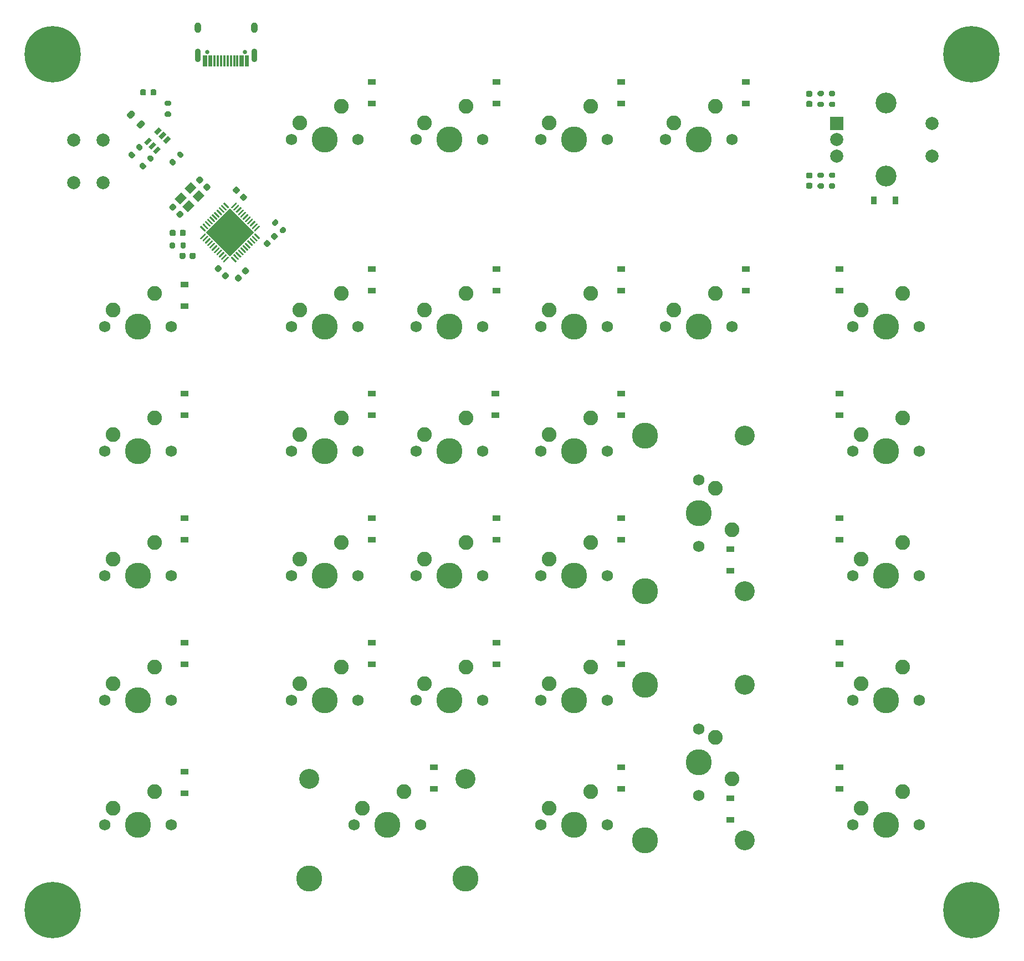
<source format=gbr>
G04 #@! TF.GenerationSoftware,KiCad,Pcbnew,(5.1.8)-1*
G04 #@! TF.CreationDate,2021-01-11T10:14:07+02:00*
G04 #@! TF.ProjectId,OsseyPad,4f737365-7950-4616-942e-6b696361645f,rev?*
G04 #@! TF.SameCoordinates,Original*
G04 #@! TF.FileFunction,Soldermask,Bot*
G04 #@! TF.FilePolarity,Negative*
%FSLAX46Y46*%
G04 Gerber Fmt 4.6, Leading zero omitted, Abs format (unit mm)*
G04 Created by KiCad (PCBNEW (5.1.8)-1) date 2021-01-11 10:14:07*
%MOMM*%
%LPD*%
G01*
G04 APERTURE LIST*
%ADD10R,0.300000X1.750000*%
%ADD11C,0.650000*%
%ADD12O,0.900000X2.100000*%
%ADD13O,1.000000X1.600000*%
%ADD14C,2.250000*%
%ADD15C,3.987800*%
%ADD16C,1.750000*%
%ADD17R,0.900000X1.200000*%
%ADD18R,2.000000X2.000000*%
%ADD19C,2.000000*%
%ADD20C,3.200000*%
%ADD21C,0.100000*%
%ADD22C,3.048000*%
%ADD23C,0.900000*%
%ADD24C,8.600000*%
%ADD25R,1.200000X0.900000*%
G04 APERTURE END LIST*
D10*
X54900000Y-28410000D03*
X54600000Y-28410000D03*
X53800000Y-28410000D03*
X54100000Y-28410000D03*
X49300000Y-28410000D03*
X49000000Y-28410000D03*
X48500000Y-28410000D03*
X48200000Y-28410000D03*
X51300000Y-28410000D03*
X50300000Y-28410000D03*
X49800000Y-28410000D03*
X50800000Y-28410000D03*
X53300000Y-28410000D03*
X52800000Y-28410000D03*
X52300000Y-28410000D03*
X51800000Y-28410000D03*
D11*
X54440000Y-27070000D03*
X48660000Y-27070000D03*
D12*
X55870000Y-27570000D03*
X47230000Y-27570000D03*
D13*
X55870000Y-23390000D03*
X47230000Y-23390000D03*
D14*
X69215000Y-35401250D03*
D15*
X66675000Y-40481250D03*
D14*
X62865000Y-37941250D03*
D16*
X61595000Y-40481250D03*
X71755000Y-40481250D03*
D14*
X40640000Y-83026250D03*
D15*
X38100000Y-88106250D03*
D14*
X34290000Y-85566250D03*
D16*
X33020000Y-88106250D03*
X43180000Y-88106250D03*
D17*
X153825000Y-49756250D03*
X150525000Y-49756250D03*
D18*
X144895000Y-37986250D03*
D19*
X144895000Y-40486250D03*
X144895000Y-42986250D03*
D20*
X152395000Y-34886250D03*
X152395000Y-46086250D03*
D19*
X159395000Y-37986250D03*
X159395000Y-42986250D03*
X28243750Y-47075000D03*
X32743750Y-47075000D03*
X28243750Y-40575000D03*
X32743750Y-40575000D03*
G36*
G01*
X44469975Y-43250184D02*
X44081066Y-42861275D01*
G75*
G02*
X44081066Y-42578433I141421J141421D01*
G01*
X44363909Y-42295590D01*
G75*
G02*
X44646751Y-42295590I141421J-141421D01*
G01*
X45035660Y-42684499D01*
G75*
G02*
X45035660Y-42967341I-141421J-141421D01*
G01*
X44752817Y-43250184D01*
G75*
G02*
X44469975Y-43250184I-141421J141421D01*
G01*
G37*
G36*
G01*
X43303249Y-44416910D02*
X42914340Y-44028001D01*
G75*
G02*
X42914340Y-43745159I141421J141421D01*
G01*
X43197183Y-43462316D01*
G75*
G02*
X43480025Y-43462316I141421J-141421D01*
G01*
X43868934Y-43851225D01*
G75*
G02*
X43868934Y-44134067I-141421J-141421D01*
G01*
X43586091Y-44416910D01*
G75*
G02*
X43303249Y-44416910I-141421J141421D01*
G01*
G37*
G36*
G01*
X42950000Y-35331250D02*
X42400000Y-35331250D01*
G75*
G02*
X42200000Y-35131250I0J200000D01*
G01*
X42200000Y-34731250D01*
G75*
G02*
X42400000Y-34531250I200000J0D01*
G01*
X42950000Y-34531250D01*
G75*
G02*
X43150000Y-34731250I0J-200000D01*
G01*
X43150000Y-35131250D01*
G75*
G02*
X42950000Y-35331250I-200000J0D01*
G01*
G37*
G36*
G01*
X42950000Y-36981250D02*
X42400000Y-36981250D01*
G75*
G02*
X42200000Y-36781250I0J200000D01*
G01*
X42200000Y-36381250D01*
G75*
G02*
X42400000Y-36181250I200000J0D01*
G01*
X42950000Y-36181250D01*
G75*
G02*
X43150000Y-36381250I0J-200000D01*
G01*
X43150000Y-36781250D01*
G75*
G02*
X42950000Y-36981250I-200000J0D01*
G01*
G37*
G36*
G01*
X37600561Y-36704165D02*
X37061392Y-37243334D01*
G75*
G02*
X36752032Y-37243334I-154680J154680D01*
G01*
X36442673Y-36933975D01*
G75*
G02*
X36442673Y-36624615I154680J154680D01*
G01*
X36981842Y-36085446D01*
G75*
G02*
X37291202Y-36085446I154680J-154680D01*
G01*
X37600561Y-36394805D01*
G75*
G02*
X37600561Y-36704165I-154680J-154680D01*
G01*
G37*
G36*
G01*
X39103163Y-38206767D02*
X38563994Y-38745936D01*
G75*
G02*
X38254634Y-38745936I-154680J154680D01*
G01*
X37945275Y-38436577D01*
G75*
G02*
X37945275Y-38127217I154680J154680D01*
G01*
X38484444Y-37588048D01*
G75*
G02*
X38793804Y-37588048I154680J-154680D01*
G01*
X39103163Y-37897407D01*
G75*
G02*
X39103163Y-38206767I-154680J-154680D01*
G01*
G37*
G36*
G01*
X39325000Y-33000000D02*
X39325000Y-33512500D01*
G75*
G02*
X39106250Y-33731250I-218750J0D01*
G01*
X38668750Y-33731250D01*
G75*
G02*
X38450000Y-33512500I0J218750D01*
G01*
X38450000Y-33000000D01*
G75*
G02*
X38668750Y-32781250I218750J0D01*
G01*
X39106250Y-32781250D01*
G75*
G02*
X39325000Y-33000000I0J-218750D01*
G01*
G37*
G36*
G01*
X40900000Y-33000000D02*
X40900000Y-33512500D01*
G75*
G02*
X40681250Y-33731250I-218750J0D01*
G01*
X40243750Y-33731250D01*
G75*
G02*
X40025000Y-33512500I0J218750D01*
G01*
X40025000Y-33000000D01*
G75*
G02*
X40243750Y-32781250I218750J0D01*
G01*
X40681250Y-32781250D01*
G75*
G02*
X40900000Y-33000000I0J-218750D01*
G01*
G37*
G36*
G01*
X142150000Y-47181250D02*
X142700000Y-47181250D01*
G75*
G02*
X142900000Y-47381250I0J-200000D01*
G01*
X142900000Y-47781250D01*
G75*
G02*
X142700000Y-47981250I-200000J0D01*
G01*
X142150000Y-47981250D01*
G75*
G02*
X141950000Y-47781250I0J200000D01*
G01*
X141950000Y-47381250D01*
G75*
G02*
X142150000Y-47181250I200000J0D01*
G01*
G37*
G36*
G01*
X142150000Y-45531250D02*
X142700000Y-45531250D01*
G75*
G02*
X142900000Y-45731250I0J-200000D01*
G01*
X142900000Y-46131250D01*
G75*
G02*
X142700000Y-46331250I-200000J0D01*
G01*
X142150000Y-46331250D01*
G75*
G02*
X141950000Y-46131250I0J200000D01*
G01*
X141950000Y-45731250D01*
G75*
G02*
X142150000Y-45531250I200000J0D01*
G01*
G37*
G36*
G01*
X142700000Y-33831250D02*
X142150000Y-33831250D01*
G75*
G02*
X141950000Y-33631250I0J200000D01*
G01*
X141950000Y-33231250D01*
G75*
G02*
X142150000Y-33031250I200000J0D01*
G01*
X142700000Y-33031250D01*
G75*
G02*
X142900000Y-33231250I0J-200000D01*
G01*
X142900000Y-33631250D01*
G75*
G02*
X142700000Y-33831250I-200000J0D01*
G01*
G37*
G36*
G01*
X142700000Y-35481250D02*
X142150000Y-35481250D01*
G75*
G02*
X141950000Y-35281250I0J200000D01*
G01*
X141950000Y-34881250D01*
G75*
G02*
X142150000Y-34681250I200000J0D01*
G01*
X142700000Y-34681250D01*
G75*
G02*
X142900000Y-34881250I0J-200000D01*
G01*
X142900000Y-35281250D01*
G75*
G02*
X142700000Y-35481250I-200000J0D01*
G01*
G37*
G36*
G01*
X144450000Y-46331250D02*
X143900000Y-46331250D01*
G75*
G02*
X143700000Y-46131250I0J200000D01*
G01*
X143700000Y-45731250D01*
G75*
G02*
X143900000Y-45531250I200000J0D01*
G01*
X144450000Y-45531250D01*
G75*
G02*
X144650000Y-45731250I0J-200000D01*
G01*
X144650000Y-46131250D01*
G75*
G02*
X144450000Y-46331250I-200000J0D01*
G01*
G37*
G36*
G01*
X144450000Y-47981250D02*
X143900000Y-47981250D01*
G75*
G02*
X143700000Y-47781250I0J200000D01*
G01*
X143700000Y-47381250D01*
G75*
G02*
X143900000Y-47181250I200000J0D01*
G01*
X144450000Y-47181250D01*
G75*
G02*
X144650000Y-47381250I0J-200000D01*
G01*
X144650000Y-47781250D01*
G75*
G02*
X144450000Y-47981250I-200000J0D01*
G01*
G37*
G36*
G01*
X143900000Y-34681250D02*
X144450000Y-34681250D01*
G75*
G02*
X144650000Y-34881250I0J-200000D01*
G01*
X144650000Y-35281250D01*
G75*
G02*
X144450000Y-35481250I-200000J0D01*
G01*
X143900000Y-35481250D01*
G75*
G02*
X143700000Y-35281250I0J200000D01*
G01*
X143700000Y-34881250D01*
G75*
G02*
X143900000Y-34681250I200000J0D01*
G01*
G37*
G36*
G01*
X143900000Y-33031250D02*
X144450000Y-33031250D01*
G75*
G02*
X144650000Y-33231250I0J-200000D01*
G01*
X144650000Y-33631250D01*
G75*
G02*
X144450000Y-33831250I-200000J0D01*
G01*
X143900000Y-33831250D01*
G75*
G02*
X143700000Y-33631250I0J200000D01*
G01*
X143700000Y-33231250D01*
G75*
G02*
X143900000Y-33031250I200000J0D01*
G01*
G37*
G36*
G01*
X140425000Y-34581250D02*
X140925000Y-34581250D01*
G75*
G02*
X141150000Y-34806250I0J-225000D01*
G01*
X141150000Y-35256250D01*
G75*
G02*
X140925000Y-35481250I-225000J0D01*
G01*
X140425000Y-35481250D01*
G75*
G02*
X140200000Y-35256250I0J225000D01*
G01*
X140200000Y-34806250D01*
G75*
G02*
X140425000Y-34581250I225000J0D01*
G01*
G37*
G36*
G01*
X140425000Y-33031250D02*
X140925000Y-33031250D01*
G75*
G02*
X141150000Y-33256250I0J-225000D01*
G01*
X141150000Y-33706250D01*
G75*
G02*
X140925000Y-33931250I-225000J0D01*
G01*
X140425000Y-33931250D01*
G75*
G02*
X140200000Y-33706250I0J225000D01*
G01*
X140200000Y-33256250D01*
G75*
G02*
X140425000Y-33031250I225000J0D01*
G01*
G37*
G36*
G01*
X140925000Y-46431250D02*
X140425000Y-46431250D01*
G75*
G02*
X140200000Y-46206250I0J225000D01*
G01*
X140200000Y-45756250D01*
G75*
G02*
X140425000Y-45531250I225000J0D01*
G01*
X140925000Y-45531250D01*
G75*
G02*
X141150000Y-45756250I0J-225000D01*
G01*
X141150000Y-46206250D01*
G75*
G02*
X140925000Y-46431250I-225000J0D01*
G01*
G37*
G36*
G01*
X140925000Y-47981250D02*
X140425000Y-47981250D01*
G75*
G02*
X140200000Y-47756250I0J225000D01*
G01*
X140200000Y-47306250D01*
G75*
G02*
X140425000Y-47081250I225000J0D01*
G01*
X140925000Y-47081250D01*
G75*
G02*
X141150000Y-47306250I0J-225000D01*
G01*
X141150000Y-47756250D01*
G75*
G02*
X140925000Y-47981250I-225000J0D01*
G01*
G37*
D14*
X40640000Y-63976250D03*
D15*
X38100000Y-69056250D03*
D14*
X34290000Y-66516250D03*
D16*
X33020000Y-69056250D03*
X43180000Y-69056250D03*
G36*
G01*
X50978033Y-61162837D02*
X51331587Y-60809283D01*
G75*
G02*
X51649785Y-60809283I159099J-159099D01*
G01*
X51967983Y-61127481D01*
G75*
G02*
X51967983Y-61445679I-159099J-159099D01*
G01*
X51614429Y-61799233D01*
G75*
G02*
X51296231Y-61799233I-159099J159099D01*
G01*
X50978033Y-61481035D01*
G75*
G02*
X50978033Y-61162837I159099J159099D01*
G01*
G37*
G36*
G01*
X49882017Y-60066821D02*
X50235571Y-59713267D01*
G75*
G02*
X50553769Y-59713267I159099J-159099D01*
G01*
X50871967Y-60031465D01*
G75*
G02*
X50871967Y-60349663I-159099J-159099D01*
G01*
X50518413Y-60703217D01*
G75*
G02*
X50200215Y-60703217I-159099J159099D01*
G01*
X49882017Y-60385019D01*
G75*
G02*
X49882017Y-60066821I159099J159099D01*
G01*
G37*
D21*
G36*
X46245711Y-46958332D02*
G01*
X47094239Y-47806860D01*
X46104289Y-48796810D01*
X45255761Y-47948282D01*
X46245711Y-46958332D01*
G37*
G36*
X44690076Y-48513967D02*
G01*
X45538604Y-49362495D01*
X44548654Y-50352445D01*
X43700126Y-49503917D01*
X44690076Y-48513967D01*
G37*
G36*
X45892157Y-49716048D02*
G01*
X46740685Y-50564576D01*
X45750735Y-51554526D01*
X44902207Y-50705998D01*
X45892157Y-49716048D01*
G37*
G36*
X47447792Y-48160413D02*
G01*
X48296320Y-49008941D01*
X47306370Y-49998891D01*
X46457842Y-49150363D01*
X47447792Y-48160413D01*
G37*
G36*
X41707967Y-40445644D02*
G01*
X41248348Y-39986025D01*
X41997881Y-39236492D01*
X42457500Y-39696111D01*
X41707967Y-40445644D01*
G37*
G36*
X42379719Y-41117395D02*
G01*
X41920100Y-40657776D01*
X42669633Y-39908243D01*
X43129252Y-40367862D01*
X42379719Y-41117395D01*
G37*
G36*
X41036216Y-39773892D02*
G01*
X40576597Y-39314273D01*
X41326130Y-38564740D01*
X41785749Y-39024359D01*
X41036216Y-39773892D01*
G37*
G36*
X39480581Y-41329527D02*
G01*
X39020962Y-40869908D01*
X39770495Y-40120375D01*
X40230114Y-40579994D01*
X39480581Y-41329527D01*
G37*
G36*
X40152333Y-42001278D02*
G01*
X39692714Y-41541659D01*
X40442247Y-40792126D01*
X40901866Y-41251745D01*
X40152333Y-42001278D01*
G37*
G36*
X40824084Y-42673030D02*
G01*
X40364465Y-42213411D01*
X41113998Y-41463878D01*
X41573617Y-41923497D01*
X40824084Y-42673030D01*
G37*
G36*
X52175000Y-58352444D02*
G01*
X48498045Y-54675489D01*
X52175000Y-50998534D01*
X55851955Y-54675489D01*
X52175000Y-58352444D01*
G37*
G36*
G01*
X53014690Y-59227489D02*
X52342938Y-58555737D01*
G75*
G02*
X52342938Y-58467349I44194J44194D01*
G01*
X52431326Y-58378961D01*
G75*
G02*
X52519714Y-58378961I44194J-44194D01*
G01*
X53191466Y-59050713D01*
G75*
G02*
X53191466Y-59139101I-44194J-44194D01*
G01*
X53103078Y-59227489D01*
G75*
G02*
X53014690Y-59227489I-44194J44194D01*
G01*
G37*
G36*
G01*
X53368243Y-58873935D02*
X52696491Y-58202183D01*
G75*
G02*
X52696491Y-58113795I44194J44194D01*
G01*
X52784879Y-58025407D01*
G75*
G02*
X52873267Y-58025407I44194J-44194D01*
G01*
X53545019Y-58697159D01*
G75*
G02*
X53545019Y-58785547I-44194J-44194D01*
G01*
X53456631Y-58873935D01*
G75*
G02*
X53368243Y-58873935I-44194J44194D01*
G01*
G37*
G36*
G01*
X53721797Y-58520382D02*
X53050045Y-57848630D01*
G75*
G02*
X53050045Y-57760242I44194J44194D01*
G01*
X53138433Y-57671854D01*
G75*
G02*
X53226821Y-57671854I44194J-44194D01*
G01*
X53898573Y-58343606D01*
G75*
G02*
X53898573Y-58431994I-44194J-44194D01*
G01*
X53810185Y-58520382D01*
G75*
G02*
X53721797Y-58520382I-44194J44194D01*
G01*
G37*
G36*
G01*
X54075350Y-58166829D02*
X53403598Y-57495077D01*
G75*
G02*
X53403598Y-57406689I44194J44194D01*
G01*
X53491986Y-57318301D01*
G75*
G02*
X53580374Y-57318301I44194J-44194D01*
G01*
X54252126Y-57990053D01*
G75*
G02*
X54252126Y-58078441I-44194J-44194D01*
G01*
X54163738Y-58166829D01*
G75*
G02*
X54075350Y-58166829I-44194J44194D01*
G01*
G37*
G36*
G01*
X54428903Y-57813275D02*
X53757151Y-57141523D01*
G75*
G02*
X53757151Y-57053135I44194J44194D01*
G01*
X53845539Y-56964747D01*
G75*
G02*
X53933927Y-56964747I44194J-44194D01*
G01*
X54605679Y-57636499D01*
G75*
G02*
X54605679Y-57724887I-44194J-44194D01*
G01*
X54517291Y-57813275D01*
G75*
G02*
X54428903Y-57813275I-44194J44194D01*
G01*
G37*
G36*
G01*
X54782457Y-57459722D02*
X54110705Y-56787970D01*
G75*
G02*
X54110705Y-56699582I44194J44194D01*
G01*
X54199093Y-56611194D01*
G75*
G02*
X54287481Y-56611194I44194J-44194D01*
G01*
X54959233Y-57282946D01*
G75*
G02*
X54959233Y-57371334I-44194J-44194D01*
G01*
X54870845Y-57459722D01*
G75*
G02*
X54782457Y-57459722I-44194J44194D01*
G01*
G37*
G36*
G01*
X55136010Y-57106168D02*
X54464258Y-56434416D01*
G75*
G02*
X54464258Y-56346028I44194J44194D01*
G01*
X54552646Y-56257640D01*
G75*
G02*
X54641034Y-56257640I44194J-44194D01*
G01*
X55312786Y-56929392D01*
G75*
G02*
X55312786Y-57017780I-44194J-44194D01*
G01*
X55224398Y-57106168D01*
G75*
G02*
X55136010Y-57106168I-44194J44194D01*
G01*
G37*
G36*
G01*
X55489564Y-56752615D02*
X54817812Y-56080863D01*
G75*
G02*
X54817812Y-55992475I44194J44194D01*
G01*
X54906200Y-55904087D01*
G75*
G02*
X54994588Y-55904087I44194J-44194D01*
G01*
X55666340Y-56575839D01*
G75*
G02*
X55666340Y-56664227I-44194J-44194D01*
G01*
X55577952Y-56752615D01*
G75*
G02*
X55489564Y-56752615I-44194J44194D01*
G01*
G37*
G36*
G01*
X55843117Y-56399062D02*
X55171365Y-55727310D01*
G75*
G02*
X55171365Y-55638922I44194J44194D01*
G01*
X55259753Y-55550534D01*
G75*
G02*
X55348141Y-55550534I44194J-44194D01*
G01*
X56019893Y-56222286D01*
G75*
G02*
X56019893Y-56310674I-44194J-44194D01*
G01*
X55931505Y-56399062D01*
G75*
G02*
X55843117Y-56399062I-44194J44194D01*
G01*
G37*
G36*
G01*
X56196670Y-56045508D02*
X55524918Y-55373756D01*
G75*
G02*
X55524918Y-55285368I44194J44194D01*
G01*
X55613306Y-55196980D01*
G75*
G02*
X55701694Y-55196980I44194J-44194D01*
G01*
X56373446Y-55868732D01*
G75*
G02*
X56373446Y-55957120I-44194J-44194D01*
G01*
X56285058Y-56045508D01*
G75*
G02*
X56196670Y-56045508I-44194J44194D01*
G01*
G37*
G36*
G01*
X56550224Y-55691955D02*
X55878472Y-55020203D01*
G75*
G02*
X55878472Y-54931815I44194J44194D01*
G01*
X55966860Y-54843427D01*
G75*
G02*
X56055248Y-54843427I44194J-44194D01*
G01*
X56727000Y-55515179D01*
G75*
G02*
X56727000Y-55603567I-44194J-44194D01*
G01*
X56638612Y-55691955D01*
G75*
G02*
X56550224Y-55691955I-44194J44194D01*
G01*
G37*
G36*
G01*
X55966860Y-54507551D02*
X55878472Y-54419163D01*
G75*
G02*
X55878472Y-54330775I44194J44194D01*
G01*
X56550224Y-53659023D01*
G75*
G02*
X56638612Y-53659023I44194J-44194D01*
G01*
X56727000Y-53747411D01*
G75*
G02*
X56727000Y-53835799I-44194J-44194D01*
G01*
X56055248Y-54507551D01*
G75*
G02*
X55966860Y-54507551I-44194J44194D01*
G01*
G37*
G36*
G01*
X55613306Y-54153998D02*
X55524918Y-54065610D01*
G75*
G02*
X55524918Y-53977222I44194J44194D01*
G01*
X56196670Y-53305470D01*
G75*
G02*
X56285058Y-53305470I44194J-44194D01*
G01*
X56373446Y-53393858D01*
G75*
G02*
X56373446Y-53482246I-44194J-44194D01*
G01*
X55701694Y-54153998D01*
G75*
G02*
X55613306Y-54153998I-44194J44194D01*
G01*
G37*
G36*
G01*
X55259753Y-53800444D02*
X55171365Y-53712056D01*
G75*
G02*
X55171365Y-53623668I44194J44194D01*
G01*
X55843117Y-52951916D01*
G75*
G02*
X55931505Y-52951916I44194J-44194D01*
G01*
X56019893Y-53040304D01*
G75*
G02*
X56019893Y-53128692I-44194J-44194D01*
G01*
X55348141Y-53800444D01*
G75*
G02*
X55259753Y-53800444I-44194J44194D01*
G01*
G37*
G36*
G01*
X54906200Y-53446891D02*
X54817812Y-53358503D01*
G75*
G02*
X54817812Y-53270115I44194J44194D01*
G01*
X55489564Y-52598363D01*
G75*
G02*
X55577952Y-52598363I44194J-44194D01*
G01*
X55666340Y-52686751D01*
G75*
G02*
X55666340Y-52775139I-44194J-44194D01*
G01*
X54994588Y-53446891D01*
G75*
G02*
X54906200Y-53446891I-44194J44194D01*
G01*
G37*
G36*
G01*
X54552646Y-53093338D02*
X54464258Y-53004950D01*
G75*
G02*
X54464258Y-52916562I44194J44194D01*
G01*
X55136010Y-52244810D01*
G75*
G02*
X55224398Y-52244810I44194J-44194D01*
G01*
X55312786Y-52333198D01*
G75*
G02*
X55312786Y-52421586I-44194J-44194D01*
G01*
X54641034Y-53093338D01*
G75*
G02*
X54552646Y-53093338I-44194J44194D01*
G01*
G37*
G36*
G01*
X54199093Y-52739784D02*
X54110705Y-52651396D01*
G75*
G02*
X54110705Y-52563008I44194J44194D01*
G01*
X54782457Y-51891256D01*
G75*
G02*
X54870845Y-51891256I44194J-44194D01*
G01*
X54959233Y-51979644D01*
G75*
G02*
X54959233Y-52068032I-44194J-44194D01*
G01*
X54287481Y-52739784D01*
G75*
G02*
X54199093Y-52739784I-44194J44194D01*
G01*
G37*
G36*
G01*
X53845539Y-52386231D02*
X53757151Y-52297843D01*
G75*
G02*
X53757151Y-52209455I44194J44194D01*
G01*
X54428903Y-51537703D01*
G75*
G02*
X54517291Y-51537703I44194J-44194D01*
G01*
X54605679Y-51626091D01*
G75*
G02*
X54605679Y-51714479I-44194J-44194D01*
G01*
X53933927Y-52386231D01*
G75*
G02*
X53845539Y-52386231I-44194J44194D01*
G01*
G37*
G36*
G01*
X53491986Y-52032677D02*
X53403598Y-51944289D01*
G75*
G02*
X53403598Y-51855901I44194J44194D01*
G01*
X54075350Y-51184149D01*
G75*
G02*
X54163738Y-51184149I44194J-44194D01*
G01*
X54252126Y-51272537D01*
G75*
G02*
X54252126Y-51360925I-44194J-44194D01*
G01*
X53580374Y-52032677D01*
G75*
G02*
X53491986Y-52032677I-44194J44194D01*
G01*
G37*
G36*
G01*
X53138433Y-51679124D02*
X53050045Y-51590736D01*
G75*
G02*
X53050045Y-51502348I44194J44194D01*
G01*
X53721797Y-50830596D01*
G75*
G02*
X53810185Y-50830596I44194J-44194D01*
G01*
X53898573Y-50918984D01*
G75*
G02*
X53898573Y-51007372I-44194J-44194D01*
G01*
X53226821Y-51679124D01*
G75*
G02*
X53138433Y-51679124I-44194J44194D01*
G01*
G37*
G36*
G01*
X52784879Y-51325571D02*
X52696491Y-51237183D01*
G75*
G02*
X52696491Y-51148795I44194J44194D01*
G01*
X53368243Y-50477043D01*
G75*
G02*
X53456631Y-50477043I44194J-44194D01*
G01*
X53545019Y-50565431D01*
G75*
G02*
X53545019Y-50653819I-44194J-44194D01*
G01*
X52873267Y-51325571D01*
G75*
G02*
X52784879Y-51325571I-44194J44194D01*
G01*
G37*
G36*
G01*
X52431326Y-50972017D02*
X52342938Y-50883629D01*
G75*
G02*
X52342938Y-50795241I44194J44194D01*
G01*
X53014690Y-50123489D01*
G75*
G02*
X53103078Y-50123489I44194J-44194D01*
G01*
X53191466Y-50211877D01*
G75*
G02*
X53191466Y-50300265I-44194J-44194D01*
G01*
X52519714Y-50972017D01*
G75*
G02*
X52431326Y-50972017I-44194J44194D01*
G01*
G37*
G36*
G01*
X51830286Y-50972017D02*
X51158534Y-50300265D01*
G75*
G02*
X51158534Y-50211877I44194J44194D01*
G01*
X51246922Y-50123489D01*
G75*
G02*
X51335310Y-50123489I44194J-44194D01*
G01*
X52007062Y-50795241D01*
G75*
G02*
X52007062Y-50883629I-44194J-44194D01*
G01*
X51918674Y-50972017D01*
G75*
G02*
X51830286Y-50972017I-44194J44194D01*
G01*
G37*
G36*
G01*
X51476733Y-51325571D02*
X50804981Y-50653819D01*
G75*
G02*
X50804981Y-50565431I44194J44194D01*
G01*
X50893369Y-50477043D01*
G75*
G02*
X50981757Y-50477043I44194J-44194D01*
G01*
X51653509Y-51148795D01*
G75*
G02*
X51653509Y-51237183I-44194J-44194D01*
G01*
X51565121Y-51325571D01*
G75*
G02*
X51476733Y-51325571I-44194J44194D01*
G01*
G37*
G36*
G01*
X51123179Y-51679124D02*
X50451427Y-51007372D01*
G75*
G02*
X50451427Y-50918984I44194J44194D01*
G01*
X50539815Y-50830596D01*
G75*
G02*
X50628203Y-50830596I44194J-44194D01*
G01*
X51299955Y-51502348D01*
G75*
G02*
X51299955Y-51590736I-44194J-44194D01*
G01*
X51211567Y-51679124D01*
G75*
G02*
X51123179Y-51679124I-44194J44194D01*
G01*
G37*
G36*
G01*
X50769626Y-52032677D02*
X50097874Y-51360925D01*
G75*
G02*
X50097874Y-51272537I44194J44194D01*
G01*
X50186262Y-51184149D01*
G75*
G02*
X50274650Y-51184149I44194J-44194D01*
G01*
X50946402Y-51855901D01*
G75*
G02*
X50946402Y-51944289I-44194J-44194D01*
G01*
X50858014Y-52032677D01*
G75*
G02*
X50769626Y-52032677I-44194J44194D01*
G01*
G37*
G36*
G01*
X50416073Y-52386231D02*
X49744321Y-51714479D01*
G75*
G02*
X49744321Y-51626091I44194J44194D01*
G01*
X49832709Y-51537703D01*
G75*
G02*
X49921097Y-51537703I44194J-44194D01*
G01*
X50592849Y-52209455D01*
G75*
G02*
X50592849Y-52297843I-44194J-44194D01*
G01*
X50504461Y-52386231D01*
G75*
G02*
X50416073Y-52386231I-44194J44194D01*
G01*
G37*
G36*
G01*
X50062519Y-52739784D02*
X49390767Y-52068032D01*
G75*
G02*
X49390767Y-51979644I44194J44194D01*
G01*
X49479155Y-51891256D01*
G75*
G02*
X49567543Y-51891256I44194J-44194D01*
G01*
X50239295Y-52563008D01*
G75*
G02*
X50239295Y-52651396I-44194J-44194D01*
G01*
X50150907Y-52739784D01*
G75*
G02*
X50062519Y-52739784I-44194J44194D01*
G01*
G37*
G36*
G01*
X49708966Y-53093338D02*
X49037214Y-52421586D01*
G75*
G02*
X49037214Y-52333198I44194J44194D01*
G01*
X49125602Y-52244810D01*
G75*
G02*
X49213990Y-52244810I44194J-44194D01*
G01*
X49885742Y-52916562D01*
G75*
G02*
X49885742Y-53004950I-44194J-44194D01*
G01*
X49797354Y-53093338D01*
G75*
G02*
X49708966Y-53093338I-44194J44194D01*
G01*
G37*
G36*
G01*
X49355412Y-53446891D02*
X48683660Y-52775139D01*
G75*
G02*
X48683660Y-52686751I44194J44194D01*
G01*
X48772048Y-52598363D01*
G75*
G02*
X48860436Y-52598363I44194J-44194D01*
G01*
X49532188Y-53270115D01*
G75*
G02*
X49532188Y-53358503I-44194J-44194D01*
G01*
X49443800Y-53446891D01*
G75*
G02*
X49355412Y-53446891I-44194J44194D01*
G01*
G37*
G36*
G01*
X49001859Y-53800444D02*
X48330107Y-53128692D01*
G75*
G02*
X48330107Y-53040304I44194J44194D01*
G01*
X48418495Y-52951916D01*
G75*
G02*
X48506883Y-52951916I44194J-44194D01*
G01*
X49178635Y-53623668D01*
G75*
G02*
X49178635Y-53712056I-44194J-44194D01*
G01*
X49090247Y-53800444D01*
G75*
G02*
X49001859Y-53800444I-44194J44194D01*
G01*
G37*
G36*
G01*
X48648306Y-54153998D02*
X47976554Y-53482246D01*
G75*
G02*
X47976554Y-53393858I44194J44194D01*
G01*
X48064942Y-53305470D01*
G75*
G02*
X48153330Y-53305470I44194J-44194D01*
G01*
X48825082Y-53977222D01*
G75*
G02*
X48825082Y-54065610I-44194J-44194D01*
G01*
X48736694Y-54153998D01*
G75*
G02*
X48648306Y-54153998I-44194J44194D01*
G01*
G37*
G36*
G01*
X48294752Y-54507551D02*
X47623000Y-53835799D01*
G75*
G02*
X47623000Y-53747411I44194J44194D01*
G01*
X47711388Y-53659023D01*
G75*
G02*
X47799776Y-53659023I44194J-44194D01*
G01*
X48471528Y-54330775D01*
G75*
G02*
X48471528Y-54419163I-44194J-44194D01*
G01*
X48383140Y-54507551D01*
G75*
G02*
X48294752Y-54507551I-44194J44194D01*
G01*
G37*
G36*
G01*
X47711388Y-55691955D02*
X47623000Y-55603567D01*
G75*
G02*
X47623000Y-55515179I44194J44194D01*
G01*
X48294752Y-54843427D01*
G75*
G02*
X48383140Y-54843427I44194J-44194D01*
G01*
X48471528Y-54931815D01*
G75*
G02*
X48471528Y-55020203I-44194J-44194D01*
G01*
X47799776Y-55691955D01*
G75*
G02*
X47711388Y-55691955I-44194J44194D01*
G01*
G37*
G36*
G01*
X48064942Y-56045508D02*
X47976554Y-55957120D01*
G75*
G02*
X47976554Y-55868732I44194J44194D01*
G01*
X48648306Y-55196980D01*
G75*
G02*
X48736694Y-55196980I44194J-44194D01*
G01*
X48825082Y-55285368D01*
G75*
G02*
X48825082Y-55373756I-44194J-44194D01*
G01*
X48153330Y-56045508D01*
G75*
G02*
X48064942Y-56045508I-44194J44194D01*
G01*
G37*
G36*
G01*
X48418495Y-56399062D02*
X48330107Y-56310674D01*
G75*
G02*
X48330107Y-56222286I44194J44194D01*
G01*
X49001859Y-55550534D01*
G75*
G02*
X49090247Y-55550534I44194J-44194D01*
G01*
X49178635Y-55638922D01*
G75*
G02*
X49178635Y-55727310I-44194J-44194D01*
G01*
X48506883Y-56399062D01*
G75*
G02*
X48418495Y-56399062I-44194J44194D01*
G01*
G37*
G36*
G01*
X48772048Y-56752615D02*
X48683660Y-56664227D01*
G75*
G02*
X48683660Y-56575839I44194J44194D01*
G01*
X49355412Y-55904087D01*
G75*
G02*
X49443800Y-55904087I44194J-44194D01*
G01*
X49532188Y-55992475D01*
G75*
G02*
X49532188Y-56080863I-44194J-44194D01*
G01*
X48860436Y-56752615D01*
G75*
G02*
X48772048Y-56752615I-44194J44194D01*
G01*
G37*
G36*
G01*
X49125602Y-57106168D02*
X49037214Y-57017780D01*
G75*
G02*
X49037214Y-56929392I44194J44194D01*
G01*
X49708966Y-56257640D01*
G75*
G02*
X49797354Y-56257640I44194J-44194D01*
G01*
X49885742Y-56346028D01*
G75*
G02*
X49885742Y-56434416I-44194J-44194D01*
G01*
X49213990Y-57106168D01*
G75*
G02*
X49125602Y-57106168I-44194J44194D01*
G01*
G37*
G36*
G01*
X49479155Y-57459722D02*
X49390767Y-57371334D01*
G75*
G02*
X49390767Y-57282946I44194J44194D01*
G01*
X50062519Y-56611194D01*
G75*
G02*
X50150907Y-56611194I44194J-44194D01*
G01*
X50239295Y-56699582D01*
G75*
G02*
X50239295Y-56787970I-44194J-44194D01*
G01*
X49567543Y-57459722D01*
G75*
G02*
X49479155Y-57459722I-44194J44194D01*
G01*
G37*
G36*
G01*
X49832709Y-57813275D02*
X49744321Y-57724887D01*
G75*
G02*
X49744321Y-57636499I44194J44194D01*
G01*
X50416073Y-56964747D01*
G75*
G02*
X50504461Y-56964747I44194J-44194D01*
G01*
X50592849Y-57053135D01*
G75*
G02*
X50592849Y-57141523I-44194J-44194D01*
G01*
X49921097Y-57813275D01*
G75*
G02*
X49832709Y-57813275I-44194J44194D01*
G01*
G37*
G36*
G01*
X50186262Y-58166829D02*
X50097874Y-58078441D01*
G75*
G02*
X50097874Y-57990053I44194J44194D01*
G01*
X50769626Y-57318301D01*
G75*
G02*
X50858014Y-57318301I44194J-44194D01*
G01*
X50946402Y-57406689D01*
G75*
G02*
X50946402Y-57495077I-44194J-44194D01*
G01*
X50274650Y-58166829D01*
G75*
G02*
X50186262Y-58166829I-44194J44194D01*
G01*
G37*
G36*
G01*
X50539815Y-58520382D02*
X50451427Y-58431994D01*
G75*
G02*
X50451427Y-58343606I44194J44194D01*
G01*
X51123179Y-57671854D01*
G75*
G02*
X51211567Y-57671854I44194J-44194D01*
G01*
X51299955Y-57760242D01*
G75*
G02*
X51299955Y-57848630I-44194J-44194D01*
G01*
X50628203Y-58520382D01*
G75*
G02*
X50539815Y-58520382I-44194J44194D01*
G01*
G37*
G36*
G01*
X50893369Y-58873935D02*
X50804981Y-58785547D01*
G75*
G02*
X50804981Y-58697159I44194J44194D01*
G01*
X51476733Y-58025407D01*
G75*
G02*
X51565121Y-58025407I44194J-44194D01*
G01*
X51653509Y-58113795D01*
G75*
G02*
X51653509Y-58202183I-44194J-44194D01*
G01*
X50981757Y-58873935D01*
G75*
G02*
X50893369Y-58873935I-44194J44194D01*
G01*
G37*
G36*
G01*
X51246922Y-59227489D02*
X51158534Y-59139101D01*
G75*
G02*
X51158534Y-59050713I44194J44194D01*
G01*
X51830286Y-58378961D01*
G75*
G02*
X51918674Y-58378961I44194J-44194D01*
G01*
X52007062Y-58467349D01*
G75*
G02*
X52007062Y-58555737I-44194J-44194D01*
G01*
X51335310Y-59227489D01*
G75*
G02*
X51246922Y-59227489I-44194J44194D01*
G01*
G37*
G36*
G01*
X59568934Y-53261275D02*
X59180025Y-53650184D01*
G75*
G02*
X58897183Y-53650184I-141421J141421D01*
G01*
X58614340Y-53367341D01*
G75*
G02*
X58614340Y-53084499I141421J141421D01*
G01*
X59003249Y-52695590D01*
G75*
G02*
X59286091Y-52695590I141421J-141421D01*
G01*
X59568934Y-52978433D01*
G75*
G02*
X59568934Y-53261275I-141421J-141421D01*
G01*
G37*
G36*
G01*
X60735660Y-54428001D02*
X60346751Y-54816910D01*
G75*
G02*
X60063909Y-54816910I-141421J141421D01*
G01*
X59781066Y-54534067D01*
G75*
G02*
X59781066Y-54251225I141421J141421D01*
G01*
X60169975Y-53862316D01*
G75*
G02*
X60452817Y-53862316I141421J-141421D01*
G01*
X60735660Y-54145159D01*
G75*
G02*
X60735660Y-54428001I-141421J-141421D01*
G01*
G37*
G36*
G01*
X43750000Y-56381250D02*
X43750000Y-56931250D01*
G75*
G02*
X43550000Y-57131250I-200000J0D01*
G01*
X43150000Y-57131250D01*
G75*
G02*
X42950000Y-56931250I0J200000D01*
G01*
X42950000Y-56381250D01*
G75*
G02*
X43150000Y-56181250I200000J0D01*
G01*
X43550000Y-56181250D01*
G75*
G02*
X43750000Y-56381250I0J-200000D01*
G01*
G37*
G36*
G01*
X45400000Y-56381250D02*
X45400000Y-56931250D01*
G75*
G02*
X45200000Y-57131250I-200000J0D01*
G01*
X44800000Y-57131250D01*
G75*
G02*
X44600000Y-56931250I0J200000D01*
G01*
X44600000Y-56381250D01*
G75*
G02*
X44800000Y-56181250I200000J0D01*
G01*
X45200000Y-56181250D01*
G75*
G02*
X45400000Y-56381250I0J-200000D01*
G01*
G37*
G36*
G01*
X38246680Y-42139164D02*
X37857771Y-41750255D01*
G75*
G02*
X37857771Y-41467413I141421J141421D01*
G01*
X38140614Y-41184570D01*
G75*
G02*
X38423456Y-41184570I141421J-141421D01*
G01*
X38812365Y-41573479D01*
G75*
G02*
X38812365Y-41856321I-141421J-141421D01*
G01*
X38529522Y-42139164D01*
G75*
G02*
X38246680Y-42139164I-141421J141421D01*
G01*
G37*
G36*
G01*
X37079954Y-43305890D02*
X36691045Y-42916981D01*
G75*
G02*
X36691045Y-42634139I141421J141421D01*
G01*
X36973888Y-42351296D01*
G75*
G02*
X37256730Y-42351296I141421J-141421D01*
G01*
X37645639Y-42740205D01*
G75*
G02*
X37645639Y-43023047I-141421J-141421D01*
G01*
X37362796Y-43305890D01*
G75*
G02*
X37079954Y-43305890I-141421J141421D01*
G01*
G37*
G36*
G01*
X39943737Y-43836220D02*
X39554828Y-43447311D01*
G75*
G02*
X39554828Y-43164469I141421J141421D01*
G01*
X39837671Y-42881626D01*
G75*
G02*
X40120513Y-42881626I141421J-141421D01*
G01*
X40509422Y-43270535D01*
G75*
G02*
X40509422Y-43553377I-141421J-141421D01*
G01*
X40226579Y-43836220D01*
G75*
G02*
X39943737Y-43836220I-141421J141421D01*
G01*
G37*
G36*
G01*
X38777011Y-45002946D02*
X38388102Y-44614037D01*
G75*
G02*
X38388102Y-44331195I141421J141421D01*
G01*
X38670945Y-44048352D01*
G75*
G02*
X38953787Y-44048352I141421J-141421D01*
G01*
X39342696Y-44437261D01*
G75*
G02*
X39342696Y-44720103I-141421J-141421D01*
G01*
X39059853Y-45002946D01*
G75*
G02*
X38777011Y-45002946I-141421J141421D01*
G01*
G37*
G36*
G01*
X45350000Y-58006250D02*
X45350000Y-58506250D01*
G75*
G02*
X45125000Y-58731250I-225000J0D01*
G01*
X44675000Y-58731250D01*
G75*
G02*
X44450000Y-58506250I0J225000D01*
G01*
X44450000Y-58006250D01*
G75*
G02*
X44675000Y-57781250I225000J0D01*
G01*
X45125000Y-57781250D01*
G75*
G02*
X45350000Y-58006250I0J-225000D01*
G01*
G37*
G36*
G01*
X46900000Y-58006250D02*
X46900000Y-58506250D01*
G75*
G02*
X46675000Y-58731250I-225000J0D01*
G01*
X46225000Y-58731250D01*
G75*
G02*
X46000000Y-58506250I0J225000D01*
G01*
X46000000Y-58006250D01*
G75*
G02*
X46225000Y-57781250I225000J0D01*
G01*
X46675000Y-57781250D01*
G75*
G02*
X46900000Y-58006250I0J-225000D01*
G01*
G37*
G36*
G01*
X44028033Y-51762837D02*
X44381587Y-51409283D01*
G75*
G02*
X44699785Y-51409283I159099J-159099D01*
G01*
X45017983Y-51727481D01*
G75*
G02*
X45017983Y-52045679I-159099J-159099D01*
G01*
X44664429Y-52399233D01*
G75*
G02*
X44346231Y-52399233I-159099J159099D01*
G01*
X44028033Y-52081035D01*
G75*
G02*
X44028033Y-51762837I159099J159099D01*
G01*
G37*
G36*
G01*
X42932017Y-50666821D02*
X43285571Y-50313267D01*
G75*
G02*
X43603769Y-50313267I159099J-159099D01*
G01*
X43921967Y-50631465D01*
G75*
G02*
X43921967Y-50949663I-159099J-159099D01*
G01*
X43568413Y-51303217D01*
G75*
G02*
X43250215Y-51303217I-159099J159099D01*
G01*
X42932017Y-50985019D01*
G75*
G02*
X42932017Y-50666821I159099J159099D01*
G01*
G37*
G36*
G01*
X48021967Y-46799663D02*
X47668413Y-47153217D01*
G75*
G02*
X47350215Y-47153217I-159099J159099D01*
G01*
X47032017Y-46835019D01*
G75*
G02*
X47032017Y-46516821I159099J159099D01*
G01*
X47385571Y-46163267D01*
G75*
G02*
X47703769Y-46163267I159099J-159099D01*
G01*
X48021967Y-46481465D01*
G75*
G02*
X48021967Y-46799663I-159099J-159099D01*
G01*
G37*
G36*
G01*
X49117983Y-47895679D02*
X48764429Y-48249233D01*
G75*
G02*
X48446231Y-48249233I-159099J159099D01*
G01*
X48128033Y-47931035D01*
G75*
G02*
X48128033Y-47612837I159099J159099D01*
G01*
X48481587Y-47259283D01*
G75*
G02*
X48799785Y-47259283I159099J-159099D01*
G01*
X49117983Y-47577481D01*
G75*
G02*
X49117983Y-47895679I-159099J-159099D01*
G01*
G37*
G36*
G01*
X54381587Y-61053217D02*
X54028033Y-60699663D01*
G75*
G02*
X54028033Y-60381465I159099J159099D01*
G01*
X54346231Y-60063267D01*
G75*
G02*
X54664429Y-60063267I159099J-159099D01*
G01*
X55017983Y-60416821D01*
G75*
G02*
X55017983Y-60735019I-159099J-159099D01*
G01*
X54699785Y-61053217D01*
G75*
G02*
X54381587Y-61053217I-159099J159099D01*
G01*
G37*
G36*
G01*
X53285571Y-62149233D02*
X52932017Y-61795679D01*
G75*
G02*
X52932017Y-61477481I159099J159099D01*
G01*
X53250215Y-61159283D01*
G75*
G02*
X53568413Y-61159283I159099J-159099D01*
G01*
X53921967Y-61512837D01*
G75*
G02*
X53921967Y-61831035I-159099J-159099D01*
G01*
X53603769Y-62149233D01*
G75*
G02*
X53285571Y-62149233I-159099J159099D01*
G01*
G37*
G36*
G01*
X54717983Y-49445679D02*
X54364429Y-49799233D01*
G75*
G02*
X54046231Y-49799233I-159099J159099D01*
G01*
X53728033Y-49481035D01*
G75*
G02*
X53728033Y-49162837I159099J159099D01*
G01*
X54081587Y-48809283D01*
G75*
G02*
X54399785Y-48809283I159099J-159099D01*
G01*
X54717983Y-49127481D01*
G75*
G02*
X54717983Y-49445679I-159099J-159099D01*
G01*
G37*
G36*
G01*
X53621967Y-48349663D02*
X53268413Y-48703217D01*
G75*
G02*
X52950215Y-48703217I-159099J159099D01*
G01*
X52632017Y-48385019D01*
G75*
G02*
X52632017Y-48066821I159099J159099D01*
G01*
X52985571Y-47713267D01*
G75*
G02*
X53303769Y-47713267I159099J-159099D01*
G01*
X53621967Y-48031465D01*
G75*
G02*
X53621967Y-48349663I-159099J-159099D01*
G01*
G37*
G36*
G01*
X43850000Y-54506250D02*
X43850000Y-55006250D01*
G75*
G02*
X43625000Y-55231250I-225000J0D01*
G01*
X43175000Y-55231250D01*
G75*
G02*
X42950000Y-55006250I0J225000D01*
G01*
X42950000Y-54506250D01*
G75*
G02*
X43175000Y-54281250I225000J0D01*
G01*
X43625000Y-54281250D01*
G75*
G02*
X43850000Y-54506250I0J-225000D01*
G01*
G37*
G36*
G01*
X45400000Y-54506250D02*
X45400000Y-55006250D01*
G75*
G02*
X45175000Y-55231250I-225000J0D01*
G01*
X44725000Y-55231250D01*
G75*
G02*
X44500000Y-55006250I0J225000D01*
G01*
X44500000Y-54506250D01*
G75*
G02*
X44725000Y-54281250I225000J0D01*
G01*
X45175000Y-54281250D01*
G75*
G02*
X45400000Y-54506250I0J-225000D01*
G01*
G37*
G36*
G01*
X57983413Y-55883033D02*
X58336967Y-56236587D01*
G75*
G02*
X58336967Y-56554785I-159099J-159099D01*
G01*
X58018769Y-56872983D01*
G75*
G02*
X57700571Y-56872983I-159099J159099D01*
G01*
X57347017Y-56519429D01*
G75*
G02*
X57347017Y-56201231I159099J159099D01*
G01*
X57665215Y-55883033D01*
G75*
G02*
X57983413Y-55883033I159099J-159099D01*
G01*
G37*
G36*
G01*
X59079429Y-54787017D02*
X59432983Y-55140571D01*
G75*
G02*
X59432983Y-55458769I-159099J-159099D01*
G01*
X59114785Y-55776967D01*
G75*
G02*
X58796587Y-55776967I-159099J159099D01*
G01*
X58443033Y-55423413D01*
G75*
G02*
X58443033Y-55105215I159099J159099D01*
G01*
X58761231Y-54787017D01*
G75*
G02*
X59079429Y-54787017I159099J-159099D01*
G01*
G37*
D14*
X78740000Y-140176250D03*
D15*
X76200000Y-145256250D03*
D14*
X72390000Y-142716250D03*
D16*
X71120000Y-145256250D03*
X81280000Y-145256250D03*
D22*
X64293750Y-138271250D03*
X88106250Y-138271250D03*
D15*
X64293750Y-153511250D03*
X88106250Y-153511250D03*
D23*
X167720419Y-156029581D03*
X165440000Y-155085000D03*
X163159581Y-156029581D03*
X162215000Y-158310000D03*
X163159581Y-160590419D03*
X165440000Y-161535000D03*
X167720419Y-160590419D03*
X168665000Y-158310000D03*
D24*
X165440000Y-158310000D03*
D23*
X27330419Y-156029581D03*
X25050000Y-155085000D03*
X22769581Y-156029581D03*
X21825000Y-158310000D03*
X22769581Y-160590419D03*
X25050000Y-161535000D03*
X27330419Y-160590419D03*
X28275000Y-158310000D03*
D24*
X25050000Y-158310000D03*
D23*
X167720419Y-25159581D03*
X165440000Y-24215000D03*
X163159581Y-25159581D03*
X162215000Y-27440000D03*
X163159581Y-29720419D03*
X165440000Y-30665000D03*
X167720419Y-29720419D03*
X168665000Y-27440000D03*
D24*
X165440000Y-27440000D03*
D23*
X27330419Y-25159581D03*
X25050000Y-24215000D03*
X22769581Y-25159581D03*
X21825000Y-27440000D03*
X22769581Y-29720419D03*
X25050000Y-30665000D03*
X27330419Y-29720419D03*
X28275000Y-27440000D03*
D24*
X25050000Y-27440000D03*
D14*
X154940000Y-140176250D03*
D15*
X152400000Y-145256250D03*
D14*
X148590000Y-142716250D03*
D16*
X147320000Y-145256250D03*
X157480000Y-145256250D03*
D14*
X128905000Y-138271250D03*
D15*
X123825000Y-135731250D03*
D14*
X126365000Y-131921250D03*
D16*
X123825000Y-130651250D03*
X123825000Y-140811250D03*
D22*
X130810000Y-123825000D03*
X130810000Y-147637500D03*
D15*
X115570000Y-123825000D03*
X115570000Y-147637500D03*
D14*
X107315000Y-140176250D03*
D15*
X104775000Y-145256250D03*
D14*
X100965000Y-142716250D03*
D16*
X99695000Y-145256250D03*
X109855000Y-145256250D03*
D14*
X40640000Y-140176250D03*
D15*
X38100000Y-145256250D03*
D14*
X34290000Y-142716250D03*
D16*
X33020000Y-145256250D03*
X43180000Y-145256250D03*
D14*
X154940000Y-121126250D03*
D15*
X152400000Y-126206250D03*
D14*
X148590000Y-123666250D03*
D16*
X147320000Y-126206250D03*
X157480000Y-126206250D03*
D14*
X107315000Y-121126250D03*
D15*
X104775000Y-126206250D03*
D14*
X100965000Y-123666250D03*
D16*
X99695000Y-126206250D03*
X109855000Y-126206250D03*
D14*
X88265000Y-121126250D03*
D15*
X85725000Y-126206250D03*
D14*
X81915000Y-123666250D03*
D16*
X80645000Y-126206250D03*
X90805000Y-126206250D03*
D14*
X69215000Y-121126250D03*
D15*
X66675000Y-126206250D03*
D14*
X62865000Y-123666250D03*
D16*
X61595000Y-126206250D03*
X71755000Y-126206250D03*
D14*
X40640000Y-121126250D03*
D15*
X38100000Y-126206250D03*
D14*
X34290000Y-123666250D03*
D16*
X33020000Y-126206250D03*
X43180000Y-126206250D03*
D14*
X154940000Y-102076250D03*
D15*
X152400000Y-107156250D03*
D14*
X148590000Y-104616250D03*
D16*
X147320000Y-107156250D03*
X157480000Y-107156250D03*
D14*
X128905000Y-100171250D03*
D15*
X123825000Y-97631250D03*
D14*
X126365000Y-93821250D03*
D16*
X123825000Y-92551250D03*
X123825000Y-102711250D03*
D22*
X130810000Y-85725000D03*
X130810000Y-109537500D03*
D15*
X115570000Y-85725000D03*
X115570000Y-109537500D03*
D14*
X107315000Y-102076250D03*
D15*
X104775000Y-107156250D03*
D14*
X100965000Y-104616250D03*
D16*
X99695000Y-107156250D03*
X109855000Y-107156250D03*
D14*
X88265000Y-102076250D03*
D15*
X85725000Y-107156250D03*
D14*
X81915000Y-104616250D03*
D16*
X80645000Y-107156250D03*
X90805000Y-107156250D03*
D14*
X69215000Y-102076250D03*
D15*
X66675000Y-107156250D03*
D14*
X62865000Y-104616250D03*
D16*
X61595000Y-107156250D03*
X71755000Y-107156250D03*
D14*
X40640000Y-102076250D03*
D15*
X38100000Y-107156250D03*
D14*
X34290000Y-104616250D03*
D16*
X33020000Y-107156250D03*
X43180000Y-107156250D03*
D14*
X154940000Y-83026250D03*
D15*
X152400000Y-88106250D03*
D14*
X148590000Y-85566250D03*
D16*
X147320000Y-88106250D03*
X157480000Y-88106250D03*
D14*
X107315000Y-83026250D03*
D15*
X104775000Y-88106250D03*
D14*
X100965000Y-85566250D03*
D16*
X99695000Y-88106250D03*
X109855000Y-88106250D03*
D14*
X88265000Y-83026250D03*
D15*
X85725000Y-88106250D03*
D14*
X81915000Y-85566250D03*
D16*
X80645000Y-88106250D03*
X90805000Y-88106250D03*
D14*
X69215000Y-83026250D03*
D15*
X66675000Y-88106250D03*
D14*
X62865000Y-85566250D03*
D16*
X61595000Y-88106250D03*
X71755000Y-88106250D03*
D14*
X154940000Y-63976250D03*
D15*
X152400000Y-69056250D03*
D14*
X148590000Y-66516250D03*
D16*
X147320000Y-69056250D03*
X157480000Y-69056250D03*
D14*
X126365000Y-63976250D03*
D15*
X123825000Y-69056250D03*
D14*
X120015000Y-66516250D03*
D16*
X118745000Y-69056250D03*
X128905000Y-69056250D03*
D14*
X107315000Y-63976250D03*
D15*
X104775000Y-69056250D03*
D14*
X100965000Y-66516250D03*
D16*
X99695000Y-69056250D03*
X109855000Y-69056250D03*
D14*
X88265000Y-63976250D03*
D15*
X85725000Y-69056250D03*
D14*
X81915000Y-66516250D03*
D16*
X80645000Y-69056250D03*
X90805000Y-69056250D03*
D14*
X69215000Y-63976250D03*
D15*
X66675000Y-69056250D03*
D14*
X62865000Y-66516250D03*
D16*
X61595000Y-69056250D03*
X71755000Y-69056250D03*
D14*
X126365000Y-35401250D03*
D15*
X123825000Y-40481250D03*
D14*
X120015000Y-37941250D03*
D16*
X118745000Y-40481250D03*
X128905000Y-40481250D03*
D14*
X107315000Y-35401250D03*
D15*
X104775000Y-40481250D03*
D14*
X100965000Y-37941250D03*
D16*
X99695000Y-40481250D03*
X109855000Y-40481250D03*
D14*
X88265000Y-35401250D03*
D15*
X85725000Y-40481250D03*
D14*
X81915000Y-37941250D03*
D16*
X80645000Y-40481250D03*
X90805000Y-40481250D03*
D25*
X145256250Y-139762500D03*
X145256250Y-136462500D03*
X128587500Y-141225000D03*
X128587500Y-144525000D03*
X111918750Y-139762500D03*
X111918750Y-136462500D03*
X83343750Y-139762500D03*
X83343750Y-136462500D03*
X45243750Y-140493750D03*
X45243750Y-137193750D03*
X145256250Y-120712500D03*
X145256250Y-117412500D03*
X111918750Y-120712500D03*
X111918750Y-117412500D03*
X92868750Y-120712500D03*
X92868750Y-117412500D03*
X73818750Y-120712500D03*
X73818750Y-117412500D03*
X45243750Y-120712500D03*
X45243750Y-117412500D03*
X145256250Y-101662500D03*
X145256250Y-98362500D03*
X128587500Y-103125000D03*
X128587500Y-106425000D03*
X111918750Y-101662500D03*
X111918750Y-98362500D03*
X92868750Y-101662500D03*
X92868750Y-98362500D03*
X73818750Y-101662500D03*
X73818750Y-98362500D03*
X45243750Y-101662500D03*
X45243750Y-98362500D03*
X145256250Y-82612500D03*
X145256250Y-79312500D03*
X111918750Y-82612500D03*
X111918750Y-79312500D03*
X92718750Y-82612500D03*
X92718750Y-79312500D03*
X73818750Y-82612500D03*
X73818750Y-79312500D03*
X45243750Y-82612500D03*
X45243750Y-79312500D03*
X145256250Y-63562500D03*
X145256250Y-60262500D03*
X130968750Y-63562500D03*
X130968750Y-60262500D03*
X111918750Y-63562500D03*
X111918750Y-60262500D03*
X92868750Y-63562500D03*
X92868750Y-60262500D03*
X73818750Y-63562500D03*
X73818750Y-60262500D03*
X45243750Y-62643750D03*
X45243750Y-65943750D03*
X130968750Y-34987500D03*
X130968750Y-31687500D03*
X111918750Y-34987500D03*
X111918750Y-31687500D03*
X92868750Y-34987500D03*
X92868750Y-31687500D03*
X73818750Y-34987500D03*
X73818750Y-31687500D03*
M02*

</source>
